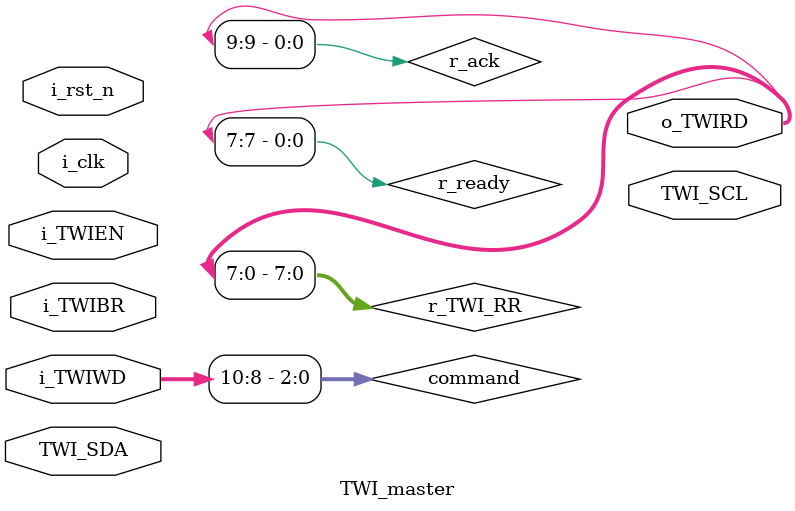
<source format=sv>
module TWI_master #(
    parameter SIZE_ADDR     = 7 ,
    parameter SIZE_DATA     = 8 ,
    parameter SIZE_REG      = 16
)(
    input logic                 i_clk   ,
    input logic                 i_rst_n ,

    input logic                 i_TWIEN ,
    input logic [SIZE_REG-1:0]  i_TWIWD , // TWI write data 
    input logic [SIZE_REG-1:0]  i_TWIBR , // TWI baud rate = (f_sys) / (4 * f_i2c)
    output logic [SIZE_REG-1:0] o_TWIRD , // TWI read data 

    output logic                TWI_SCL , // Serial Clock line
    inout tri                   TWI_SDA   // Serial Data line 
);

//==================================
// Parameter 
//==================================
parameter NUM_CMD = 3;
typedef enum logic [NUM_CMD-1:0] {
    CMD_START   = 0 ,
    CMD_WR      = 1 ,
    CMD_RD      = 2 ,
    CMD_STOP    = 3 ,
    CMD_RESTART = 4 ,
    CMD_ADDRESS = 5 
} CMD_e;
CMD_e command;
assign command = i_TWIWD[(SIZE_DATA+NUM_CMD)-1:SIZE_DATA];

parameter SIZE_FSM = 3;
typedef enum logic [SIZE_FSM-1:0] {
    FSM_IDLE    = 0 ,
    FSM_START   = 1 ,
    FSM_ADDRESS = 2 ,
    FSM_HOLD    = 3 ,
    FSM_RESTART = 4 ,
    FSM_READ    = 5 ,
    FSM_WRITE   = 6 ,
    FSM_STOP    = 7
} FSM_e;
FSM_e state, n_state;

//==================================
// Variable
//==================================
logic [SIZE_ADDR-1:0] r_TWI_ADDRESS;
logic [SIZE_DATA-1:0] r_TWI_RR, r_TWI_WR;
logic r_ack, r_ready;
logic r_RW;

// -- detect condition
logic r_Start_condition, r_Stop_condition;

//==================================
// Assign signal
//==================================
// -- TWI Read Data 
assign o_TWIRD[SIZE_DATA-1:0] = r_TWI_RR;
assign o_TWIRD[SIZE_ADDR] = r_ready;
assign o_TWIRD[SIZE_DATA+1] = r_ack;
// -- TWI Write Data 
assign command = i_TWIWD[(SIZE_ADDR+NUM_CMD):SIZE_ADDR+1];
always_ff @(posedge i_clk or negedge i_rst_n) begin
    if(~i_rst_n) begin
        r_TWI_ADDRESS <= '0;
        r_RW          <= 1'b1; // auto read
    end else begin
        if(command == CMD_ADDRESS) begin
            r_TWI_ADDRESS   <= i_TWIWD[SIZE_ADDR-1:0];
            r_RW            <= i_TWIWD[SIZE_ADDR];
        end else begin
            r_TWI_ADDRESS   <= r_TWI_ADDRESS;
            r_RW            <= r_RW;
        end 
    end 
end 

// -- FSM signal
logic w_done_RD, w_done_WR;

//==================================
// FSM
//==================================
// -- Process next state 
always_comb begin 
    case(state)
        FSM_IDLE: begin
            n_state = (command == CMD_START) ? FSM_START : FSM_IDLE;
        end 
        FSM_START: begin
            if(r_Start_condition) 
                n_state = FSM_ADDRESS;
            else
                n_state = FSM_START;
        end 
        FSM_ADDRESS: begin
            
        end 
        FSM_HOLD: begin
            if(command == CMD_RESTART) 
                n_state = FSM_RESTART;
            else if(command == CMD_RD)
                n_state = FSM_READ;
            else if(command == CMD_WR)
                n_state = FSM_WRITE;
            else if(command == CMD_STOP)
                n_state = FSM_STOP;
            else
                n_state = FSM_HOLD;
        end 
        FSM_RESTART: begin
            n_state = FSM_START;
        end 
        FSM_WRITE: begin
            if(w_done_WR) begin
                if(r_ack) // ACK = 1 -> NACK
                    n_state = FSM_STOP;
                else // ACK = 0 -> ACK 
                    n_state = FSM_HOLD;
            end else begin
                n_state = FSM_WRITE;
            end 
        end 
        FSM_READ: begin
            if(w_done_RD) begin
                // Once I have received all the data into the r_TWI_RR
                // register (with size = SIZE_DATA), the Master is required to
                // send an ACK signal to the Slave. So, in which state of the
                // FSM should the ACK be generated, and should it also depend
                // on other control signals?
                n_state = FSM_HOLD; 
            end else begin
                n_state = FSM_READ;
            end 
        end 
        FSM_STOP: begin

        end 
        default: begin

        end 
    endcase 
end 
// -- Output next state
always_ff @(posedge i_clk or negedge i_rst_n) begin 
    if(~i_rst_n) begin
        state <= FSM_IDLE;
    end else begin
        state <= (i_TWIEN) ? n_state : FSM_IDLE;
    end 
end 
// -- Output logic 
always_comb begin
    case(state)
        FSM_IDLE: begin

        end 
        FSM_START: begin

        end 
        FSM_ADDRESS: begin

        end 
        FSM_HOLD: begin

        end 
        FSM_RESTART: begin

        end 
        FSM_WRITE: begin

        end 
        FSM_READ: begin

        end 
        FSM_STOP: begin

        end 
        default: begin

        end 
    endcase 
end 

endmodule


</source>
